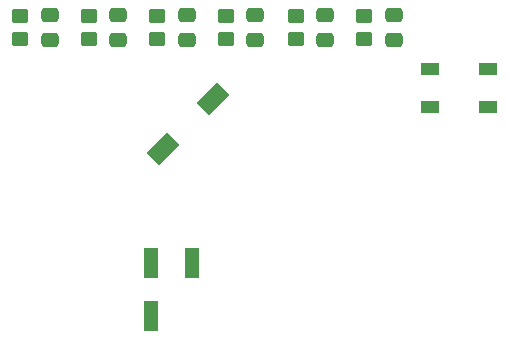
<source format=gtp>
G04 #@! TF.GenerationSoftware,KiCad,Pcbnew,(7.0.0)*
G04 #@! TF.CreationDate,2023-02-19T07:57:40+03:00*
G04 #@! TF.ProjectId,V0_McDisplay,56305f4d-6344-4697-9370-6c61792e6b69,1*
G04 #@! TF.SameCoordinates,Original*
G04 #@! TF.FileFunction,Paste,Top*
G04 #@! TF.FilePolarity,Positive*
%FSLAX46Y46*%
G04 Gerber Fmt 4.6, Leading zero omitted, Abs format (unit mm)*
G04 Created by KiCad (PCBNEW (7.0.0)) date 2023-02-19 07:57:40*
%MOMM*%
%LPD*%
G01*
G04 APERTURE LIST*
G04 Aperture macros list*
%AMRoundRect*
0 Rectangle with rounded corners*
0 $1 Rounding radius*
0 $2 $3 $4 $5 $6 $7 $8 $9 X,Y pos of 4 corners*
0 Add a 4 corners polygon primitive as box body*
4,1,4,$2,$3,$4,$5,$6,$7,$8,$9,$2,$3,0*
0 Add four circle primitives for the rounded corners*
1,1,$1+$1,$2,$3*
1,1,$1+$1,$4,$5*
1,1,$1+$1,$6,$7*
1,1,$1+$1,$8,$9*
0 Add four rect primitives between the rounded corners*
20,1,$1+$1,$2,$3,$4,$5,0*
20,1,$1+$1,$4,$5,$6,$7,0*
20,1,$1+$1,$6,$7,$8,$9,0*
20,1,$1+$1,$8,$9,$2,$3,0*%
%AMRotRect*
0 Rectangle, with rotation*
0 The origin of the aperture is its center*
0 $1 length*
0 $2 width*
0 $3 Rotation angle, in degrees counterclockwise*
0 Add horizontal line*
21,1,$1,$2,0,0,$3*%
G04 Aperture macros list end*
%ADD10R,1.500000X1.000000*%
%ADD11RoundRect,0.250000X-0.450000X0.350000X-0.450000X-0.350000X0.450000X-0.350000X0.450000X0.350000X0*%
%ADD12RoundRect,0.250000X0.475000X-0.337500X0.475000X0.337500X-0.475000X0.337500X-0.475000X-0.337500X0*%
%ADD13R,1.200000X2.500000*%
%ADD14RotRect,2.500000X1.500000X225.000000*%
G04 APERTURE END LIST*
D10*
X72299999Y-10899999D03*
X72299999Y-14099999D03*
X77199999Y-14099999D03*
X77199999Y-10899999D03*
D11*
X49200000Y-6400000D03*
X49200000Y-8400000D03*
X43400000Y-6400000D03*
X43400000Y-8400000D03*
X55000000Y-6400000D03*
X55000000Y-8400000D03*
D12*
X57500000Y-8437500D03*
X57500000Y-6362500D03*
D13*
X52149999Y-27349999D03*
X48649999Y-27349999D03*
X48649999Y-31849999D03*
D12*
X69200000Y-8437500D03*
X69200000Y-6362500D03*
X51700000Y-8437500D03*
X51700000Y-6362500D03*
D11*
X66700000Y-6400000D03*
X66700000Y-8400000D03*
X60900000Y-6400000D03*
X60900000Y-8400000D03*
D12*
X45900000Y-8437500D03*
X45900000Y-6362500D03*
D14*
X53921319Y-13478679D03*
X49678679Y-17721319D03*
D12*
X40100000Y-8437500D03*
X40100000Y-6362500D03*
D11*
X37600000Y-6400000D03*
X37600000Y-8400000D03*
D12*
X63400000Y-8437500D03*
X63400000Y-6362500D03*
M02*

</source>
